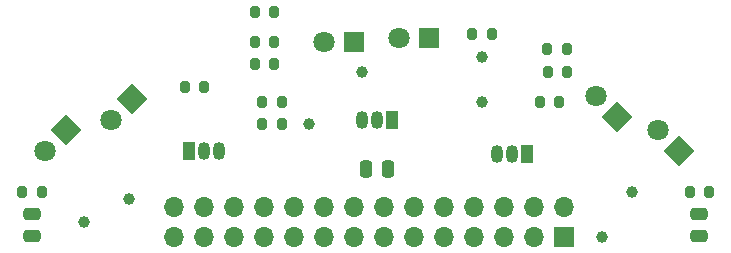
<source format=gbr>
%TF.GenerationSoftware,KiCad,Pcbnew,(6.0.5)*%
%TF.CreationDate,2024-03-24T23:16:05+02:00*%
%TF.ProjectId,SensingSubsystem,53656e73-696e-4675-9375-627379737465,rev?*%
%TF.SameCoordinates,Original*%
%TF.FileFunction,Soldermask,Top*%
%TF.FilePolarity,Negative*%
%FSLAX46Y46*%
G04 Gerber Fmt 4.6, Leading zero omitted, Abs format (unit mm)*
G04 Created by KiCad (PCBNEW (6.0.5)) date 2024-03-24 23:16:05*
%MOMM*%
%LPD*%
G01*
G04 APERTURE LIST*
G04 Aperture macros list*
%AMRoundRect*
0 Rectangle with rounded corners*
0 $1 Rounding radius*
0 $2 $3 $4 $5 $6 $7 $8 $9 X,Y pos of 4 corners*
0 Add a 4 corners polygon primitive as box body*
4,1,4,$2,$3,$4,$5,$6,$7,$8,$9,$2,$3,0*
0 Add four circle primitives for the rounded corners*
1,1,$1+$1,$2,$3*
1,1,$1+$1,$4,$5*
1,1,$1+$1,$6,$7*
1,1,$1+$1,$8,$9*
0 Add four rect primitives between the rounded corners*
20,1,$1+$1,$2,$3,$4,$5,0*
20,1,$1+$1,$4,$5,$6,$7,0*
20,1,$1+$1,$6,$7,$8,$9,0*
20,1,$1+$1,$8,$9,$2,$3,0*%
%AMRotRect*
0 Rectangle, with rotation*
0 The origin of the aperture is its center*
0 $1 length*
0 $2 width*
0 $3 Rotation angle, in degrees counterclockwise*
0 Add horizontal line*
21,1,$1,$2,0,0,$3*%
G04 Aperture macros list end*
%ADD10C,1.000000*%
%ADD11RoundRect,0.200000X-0.200000X-0.275000X0.200000X-0.275000X0.200000X0.275000X-0.200000X0.275000X0*%
%ADD12R,1.800000X1.800000*%
%ADD13C,1.800000*%
%ADD14RoundRect,0.200000X0.200000X0.275000X-0.200000X0.275000X-0.200000X-0.275000X0.200000X-0.275000X0*%
%ADD15R,1.050000X1.500000*%
%ADD16O,1.050000X1.500000*%
%ADD17RoundRect,0.250000X-0.250000X-0.475000X0.250000X-0.475000X0.250000X0.475000X-0.250000X0.475000X0*%
%ADD18RotRect,1.800000X1.800000X135.000000*%
%ADD19RoundRect,0.250000X-0.475000X0.250000X-0.475000X-0.250000X0.475000X-0.250000X0.475000X0.250000X0*%
%ADD20RotRect,1.800000X1.800000X225.000000*%
%ADD21R,1.700000X1.700000*%
%ADD22O,1.700000X1.700000*%
G04 APERTURE END LIST*
D10*
%TO.C,TP8*%
X122555000Y-133985000D03*
%TD*%
%TO.C,TP7*%
X166370000Y-135255000D03*
%TD*%
%TO.C,TP6*%
X156210000Y-123825000D03*
%TD*%
%TO.C,TP5*%
X141605000Y-125730000D03*
%TD*%
%TO.C,TP4*%
X168910000Y-131445000D03*
%TD*%
%TO.C,TP3*%
X156210000Y-120015000D03*
%TD*%
%TO.C,TP2*%
X126365000Y-132080000D03*
%TD*%
%TO.C,TP1*%
X146050000Y-121285000D03*
%TD*%
D11*
%TO.C,R3*%
X173800000Y-131445000D03*
X175450000Y-131445000D03*
%TD*%
D12*
%TO.C,D2*%
X145420000Y-118775000D03*
D13*
X142880000Y-118775000D03*
%TD*%
D14*
%TO.C,R7*%
X138620000Y-118745000D03*
X136970000Y-118745000D03*
%TD*%
D15*
%TO.C,Q4*%
X131445000Y-127995000D03*
D16*
X132715000Y-127995000D03*
X133985000Y-127995000D03*
%TD*%
D11*
%TO.C,R2*%
X155385000Y-118110000D03*
X157035000Y-118110000D03*
%TD*%
D17*
%TO.C,C2*%
X146370000Y-129540000D03*
X148270000Y-129540000D03*
%TD*%
D11*
%TO.C,R5*%
X137605000Y-125730000D03*
X139255000Y-125730000D03*
%TD*%
D14*
%TO.C,R1*%
X118935000Y-131445000D03*
X117285000Y-131445000D03*
%TD*%
D15*
%TO.C,Q6*%
X160020000Y-128270000D03*
D16*
X158750000Y-128270000D03*
X157480000Y-128270000D03*
%TD*%
D18*
%TO.C,Q3*%
X172876307Y-127976460D03*
D13*
X171080256Y-126180409D03*
%TD*%
D19*
%TO.C,C1*%
X118110000Y-133300000D03*
X118110000Y-135200000D03*
%TD*%
D14*
%TO.C,R4*%
X139255000Y-123825000D03*
X137605000Y-123825000D03*
%TD*%
D11*
%TO.C,R12*%
X162750000Y-123825000D03*
X161100000Y-123825000D03*
%TD*%
D18*
%TO.C,D3*%
X167640000Y-125095000D03*
D13*
X165843949Y-123298949D03*
%TD*%
D15*
%TO.C,Q5*%
X148590000Y-125370000D03*
D16*
X147320000Y-125370000D03*
X146050000Y-125370000D03*
%TD*%
D11*
%TO.C,R8*%
X136970000Y-120650000D03*
X138620000Y-120650000D03*
%TD*%
%TO.C,R6*%
X131065000Y-122555000D03*
X132715000Y-122555000D03*
%TD*%
D12*
%TO.C,Q2*%
X151745000Y-118395000D03*
D13*
X149205000Y-118395000D03*
%TD*%
D11*
%TO.C,R10*%
X161735000Y-119380000D03*
X163385000Y-119380000D03*
%TD*%
D20*
%TO.C,Q1*%
X120991460Y-126208693D03*
D13*
X119195409Y-128004744D03*
%TD*%
D11*
%TO.C,R11*%
X161798500Y-121285000D03*
X163448500Y-121285000D03*
%TD*%
%TO.C,R9*%
X136970000Y-116205000D03*
X138620000Y-116205000D03*
%TD*%
D20*
%TO.C,D1*%
X126620864Y-123547742D03*
D13*
X124824813Y-125343793D03*
%TD*%
D19*
%TO.C,C3*%
X174625000Y-133300000D03*
X174625000Y-135200000D03*
%TD*%
D21*
%TO.C,J1*%
X163185000Y-135260000D03*
D22*
X163185000Y-132720000D03*
X160645000Y-135260000D03*
X160645000Y-132720000D03*
X158105000Y-135260000D03*
X158105000Y-132720000D03*
X155565000Y-135260000D03*
X155565000Y-132720000D03*
X153025000Y-135260000D03*
X153025000Y-132720000D03*
X150485000Y-135260000D03*
X150485000Y-132720000D03*
X147945000Y-135260000D03*
X147945000Y-132720000D03*
X145405000Y-135260000D03*
X145405000Y-132720000D03*
X142865000Y-135260000D03*
X142865000Y-132720000D03*
X140325000Y-135260000D03*
X140325000Y-132720000D03*
X137785000Y-135260000D03*
X137785000Y-132720000D03*
X135245000Y-135260000D03*
X135245000Y-132720000D03*
X132705000Y-135260000D03*
X132705000Y-132720000D03*
X130165000Y-135260000D03*
X130165000Y-132720000D03*
%TD*%
M02*

</source>
